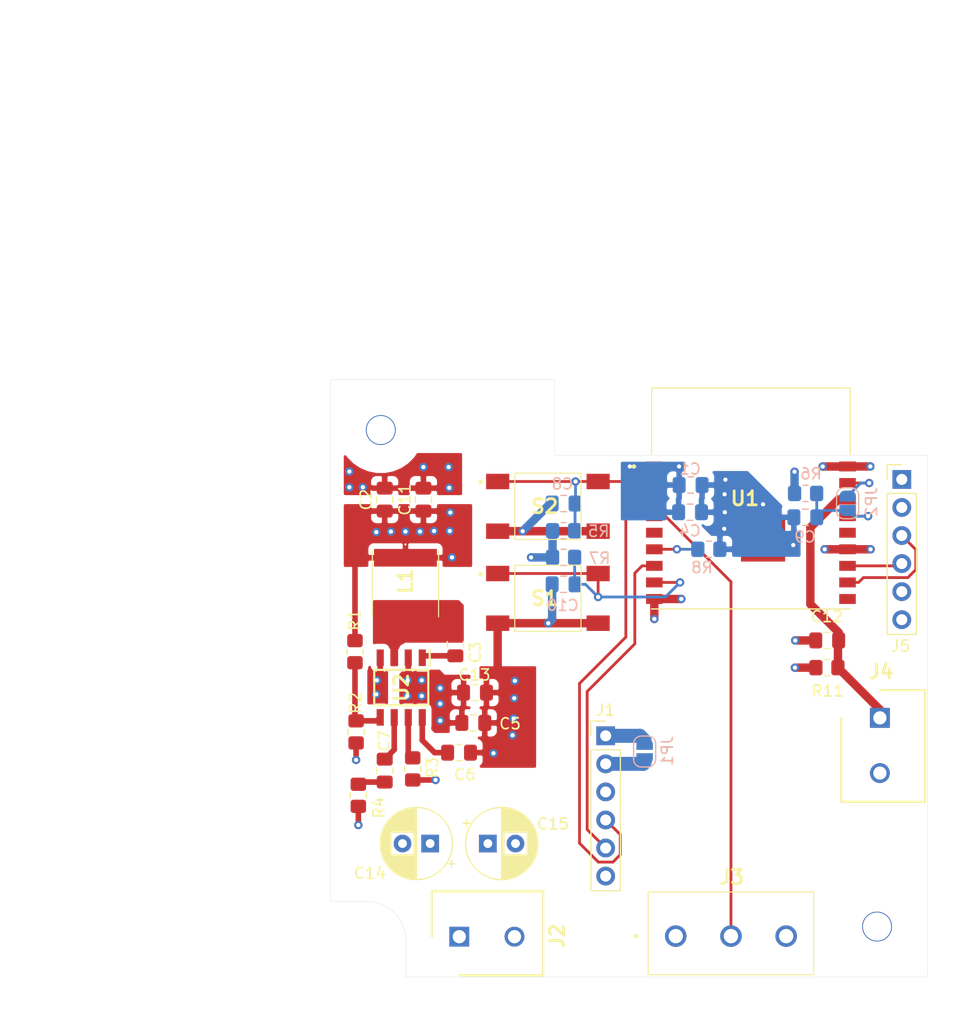
<source format=kicad_pcb>
(kicad_pcb (version 20171130) (host pcbnew "(5.1.8-0-10_14)")
  (layers (0 F.Cu signal) (1 In1.Cu power) (2 In2.Cu power) (31 B.Cu signal) (36 B.SilkS user) (37 F.SilkS user) (38 B.Mask user) (39 F.Mask user) (44 Edge.Cuts user))
  (net 0 "")
  (net 1 +3V3)
  (net 2 GND)
  (net 3 +12V)
  (net 4 "Net-(C7-Pad2)")
  (net 5 /ESP_EN)
  (net 6 /ESP_RST_L)
  (net 7 /GPIO0)
  (net 8 /water_voltage)
  (net 9 "Net-(J1-Pad2)")
  (net 10 /I2C_SCL)
  (net 11 /I2C_SDA)
  (net 12 /MPU_INT)
  (net 13 /CTS_NC)
  (net 14 /RTS_NC)
  (net 15 /ESP_TXD)
  (net 16 /ESP_RXD)
  (net 17 /GPIO16)
  (net 18 /GPIO15)
  (net 19 /GPIO4)
  (net 20 /GPIO5)
  (net 21 /U2_SW)
  (net 22 /U2_BST)
  (net 23 /U2_SS)
  (net 24 /U2_COMP)
  (net 25 /U2_FB)
  (net 26 /U2_EN)
  (net 27 /GPIO12)
  (net 28 /GPIO13)
  (module MountingHole:MountingHole_2.7mm_M2.5 (layer F.Cu) (at 252.73 125.73 90)
    (fp_text reference H2 hide)
    (fp_text value MountingHole)
    (pad "" np_thru_hole circle (at 0 0 90) (size 2.7 2.7) (drill 2.54) (layers *.Cu *.Mask) (clearance 2.54))
  )
  (module SamacSys_Parts:ESPWROOM02DM1102H3200PH3Q0 (layer F.Cu) (at 241.3 86.9696)
    (fp_text reference U1 (at -0.55 0) (layer F.SilkS) (effects (font (size 1.27 1.27) (thickness 0.254))))
    (fp_text value ESP-WROOM-02D_M1102H3200PH3Q0_ hide)
    (pad 1 smd rect (at -8.75 -2.9 90) (size 0.9 1.5) (layers F.Cu F.Paste F.Mask) (net 1 +3V3))
    (pad 2 smd rect (at -8.75 -1.4 90) (size 0.9 1.5) (layers F.Cu F.Paste F.Mask) (net 5 /ESP_EN))
    (pad 3 smd rect (at -8.75 0.1 90) (size 0.9 1.5) (layers F.Cu F.Paste F.Mask) (net 10 /I2C_SCL))
    (pad 4 smd rect (at -8.75 1.6 90) (size 0.9 1.5) (layers F.Cu F.Paste F.Mask) (net 27 /GPIO12))
    (pad 5 smd rect (at -8.75 3.1 90) (size 0.9 1.5) (layers F.Cu F.Paste F.Mask) (net 28 /GPIO13))
    (pad 6 smd rect (at -8.75 4.6 90) (size 0.9 1.5) (layers F.Cu F.Paste F.Mask) (net 18 /GPIO15))
    (pad 7 smd rect (at -8.75 6.1 90) (size 0.9 1.5) (layers F.Cu F.Paste F.Mask) (net 11 /I2C_SDA))
    (pad 8 smd rect (at -8.75 7.6 90) (size 0.9 1.5) (layers F.Cu F.Paste F.Mask) (net 7 /GPIO0))
    (pad 9 smd rect (at -8.75 9.1 90) (size 0.9 1.5) (layers F.Cu F.Paste F.Mask) (net 2 GND))
    (pad 10 smd rect (at 8.75 9.1 90) (size 0.9 1.5) (layers F.Cu F.Paste F.Mask) (net 19 /GPIO4))
    (pad 11 smd rect (at 8.75 7.6 90) (size 0.9 1.5) (layers F.Cu F.Paste F.Mask) (net 16 /ESP_RXD))
    (pad 12 smd rect (at 8.75 6.1 90) (size 0.9 1.5) (layers F.Cu F.Paste F.Mask) (net 15 /ESP_TXD))
    (pad 13 smd rect (at 8.75 4.6 90) (size 0.9 1.5) (layers F.Cu F.Paste F.Mask) (net 2 GND))
    (pad 14 smd rect (at 8.75 3.1 90) (size 0.9 1.5) (layers F.Cu F.Paste F.Mask) (net 20 /GPIO5))
    (pad 15 smd rect (at 8.75 1.6 90) (size 0.9 1.5) (layers F.Cu F.Paste F.Mask) (net 6 /ESP_RST_L))
    (pad 16 smd rect (at 8.75 0.1 90) (size 0.9 1.5) (layers F.Cu F.Paste F.Mask) (net 8 /water_voltage))
    (pad 17 smd rect (at 8.75 -1.4 90) (size 0.9 1.5) (layers F.Cu F.Paste F.Mask) (net 17 /GPIO16))
    (pad 18 smd rect (at 8.75 -2.9 90) (size 0.9 1.5) (layers F.Cu F.Paste F.Mask) (net 2 GND))
    (pad 19 smd rect (at 1.1 3.71 90) (size 4 4) (layers F.Cu F.Paste F.Mask) (net 2 GND))
  )
  (module Capacitor_SMD:C_0805_2012Metric_Pad1.18x1.45mm_HandSolder (layer B.Cu) (at 235.839 85.7504)
    (fp_text reference C1 (at -0.0508 -1.4478 180) (layer B.SilkS) (effects (justify mirror)))
    (fp_text value .1uF)
    (pad 1 smd roundrect (at -1.0375 0) (size 1.175 1.45) (layers B.Cu B.Paste B.Mask) (roundrect_rratio 0.2127659574468085) (net 1 +3V3))
    (pad 2 smd roundrect (at 1.0375 0) (size 1.175 1.45) (layers B.Cu B.Paste B.Mask) (roundrect_rratio 0.2127659574468085) (net 2 GND))
  )
  (module Capacitor_SMD:C_0805_2012Metric_Pad1.18x1.45mm_HandSolder (layer F.Cu) (at 208.1276 87.0712 90)
    (fp_text reference C2 (at 0 -1.68 90) (layer F.SilkS))
    (fp_text value 22uF)
    (pad 2 smd roundrect (at 1.0375 0 90) (size 1.175 1.45) (layers F.Cu F.Paste F.Mask) (roundrect_rratio 0.2127659574468085) (net 2 GND))
    (pad 1 smd roundrect (at -1.0375 0 90) (size 1.175 1.45) (layers F.Cu F.Paste F.Mask) (roundrect_rratio 0.2127659574468085) (net 1 +3V3))
  )
  (module Capacitor_SMD:C_0805_2012Metric_Pad1.18x1.45mm_HandSolder (layer F.Cu) (at 214.5284 100.1776 90)
    (fp_text reference C3 (at -0.7278 1.8034 90) (layer F.SilkS))
    (fp_text value 10nF)
    (pad 1 smd roundrect (at -1.0375 0 90) (size 1.175 1.45) (layers F.Cu F.Paste F.Mask) (roundrect_rratio 0.2127659574468085) (net 22 /U2_BST))
    (pad 2 smd roundrect (at 1.0375 0 90) (size 1.175 1.45) (layers F.Cu F.Paste F.Mask) (roundrect_rratio 0.2127659574468085) (net 21 /U2_SW))
  )
  (module Capacitor_SMD:C_0805_2012Metric_Pad1.18x1.45mm_HandSolder (layer B.Cu) (at 235.7882 88.2142)
    (fp_text reference C4 (at 0 1.68 180) (layer B.SilkS) (effects (justify mirror)))
    (fp_text value 22uF)
    (pad 1 smd roundrect (at -1.0375 0) (size 1.175 1.45) (layers B.Cu B.Paste B.Mask) (roundrect_rratio 0.2127659574468085) (net 1 +3V3))
    (pad 2 smd roundrect (at 1.0375 0) (size 1.175 1.45) (layers B.Cu B.Paste B.Mask) (roundrect_rratio 0.2127659574468085) (net 2 GND))
  )
  (module Capacitor_SMD:C_0805_2012Metric_Pad1.18x1.45mm_HandSolder (layer F.Cu) (at 216.154 107.2896)
    (fp_text reference C5 (at 3.3274 0.0762) (layer F.SilkS))
    (fp_text value 10uF)
    (pad 2 smd roundrect (at 1.0375 0) (size 1.175 1.45) (layers F.Cu F.Paste F.Mask) (roundrect_rratio 0.2127659574468085) (net 2 GND))
    (pad 1 smd roundrect (at -1.0375 0) (size 1.175 1.45) (layers F.Cu F.Paste F.Mask) (roundrect_rratio 0.2127659574468085) (net 3 +12V))
  )
  (module Capacitor_SMD:C_0805_2012Metric_Pad1.18x1.45mm_HandSolder (layer F.Cu) (at 214.8625 109.982)
    (fp_text reference C6 (at 0.5295 1.9812) (layer F.SilkS))
    (fp_text value 0.1uF)
    (pad 2 smd roundrect (at 1.0375 0) (size 1.175 1.45) (layers F.Cu F.Paste F.Mask) (roundrect_rratio 0.2127659574468085) (net 2 GND))
    (pad 1 smd roundrect (at -1.0375 0) (size 1.175 1.45) (layers F.Cu F.Paste F.Mask) (roundrect_rratio 0.2127659574468085) (net 23 /U2_SS))
  )
  (module Capacitor_SMD:C_0805_2012Metric_Pad1.18x1.45mm_HandSolder (layer F.Cu) (at 208.1276 111.6076 270)
    (fp_text reference C7 (at -2.6924 0.0254 270) (layer F.SilkS))
    (fp_text value 6.8nF)
    (pad 1 smd roundrect (at -1.0375 0 270) (size 1.175 1.45) (layers F.Cu F.Paste F.Mask) (roundrect_rratio 0.2127659574468085) (net 24 /U2_COMP))
    (pad 2 smd roundrect (at 1.0375 0 270) (size 1.175 1.45) (layers F.Cu F.Paste F.Mask) (roundrect_rratio 0.2127659574468085) (net 4 "Net-(C7-Pad2)"))
  )
  (module Capacitor_SMD:C_0805_2012Metric_Pad1.18x1.45mm_HandSolder (layer B.Cu) (at 224.3328 87.4268 180)
    (fp_text reference C8 (at 0.1016 1.778 180) (layer B.SilkS) (effects (justify mirror)))
    (fp_text value 0.1uF)
    (pad 2 smd roundrect (at 1.0375 0 180) (size 1.175 1.45) (layers B.Cu B.Paste B.Mask) (roundrect_rratio 0.2127659574468085) (net 2 GND))
    (pad 1 smd roundrect (at -1.0375 0 180) (size 1.175 1.45) (layers B.Cu B.Paste B.Mask) (roundrect_rratio 0.2127659574468085) (net 5 /ESP_EN))
  )
  (module Capacitor_SMD:C_0805_2012Metric_Pad1.18x1.45mm_HandSolder (layer B.Cu) (at 246.2276 88.6714 180)
    (fp_text reference C9 (at 0.0215 -1.778 180) (layer B.SilkS) (effects (justify mirror)))
    (fp_text value 0.1uF)
    (pad 1 smd roundrect (at -1.0375 0 180) (size 1.175 1.45) (layers B.Cu B.Paste B.Mask) (roundrect_rratio 0.2127659574468085) (net 6 /ESP_RST_L))
    (pad 2 smd roundrect (at 1.0375 0 180) (size 1.175 1.45) (layers B.Cu B.Paste B.Mask) (roundrect_rratio 0.2127659574468085) (net 2 GND))
  )
  (module Capacitor_SMD:C_0805_2012Metric_Pad1.18x1.45mm_HandSolder (layer B.Cu) (at 224.3328 94.742 180)
    (fp_text reference C10 (at 0.0762 -1.905 180) (layer B.SilkS) (effects (justify mirror)))
    (fp_text value 0.1uF)
    (pad 1 smd roundrect (at -1.0375 0 180) (size 1.175 1.45) (layers B.Cu B.Paste B.Mask) (roundrect_rratio 0.2127659574468085) (net 7 /GPIO0))
    (pad 2 smd roundrect (at 1.0375 0 180) (size 1.175 1.45) (layers B.Cu B.Paste B.Mask) (roundrect_rratio 0.2127659574468085) (net 2 GND))
  )
  (module Capacitor_SMD:C_0805_2012Metric_Pad1.18x1.45mm_HandSolder (layer F.Cu) (at 248.2088 99.822 180)
    (fp_text reference C12 (at 0.0254 2.159) (layer F.SilkS))
    (fp_text value 0.1uF)
    (pad 2 smd roundrect (at 1.0375 0 180) (size 1.175 1.45) (layers F.Cu F.Paste F.Mask) (roundrect_rratio 0.2127659574468085) (net 2 GND))
    (pad 1 smd roundrect (at -1.0375 0 180) (size 1.175 1.45) (layers F.Cu F.Paste F.Mask) (roundrect_rratio 0.2127659574468085) (net 8 /water_voltage))
  )
  (module Connector_PinHeader_2.54mm:PinHeader_1x06_P2.54mm_Vertical (layer F.Cu) (at 228.1428 108.458)
    (fp_text reference J1 (at 0 -2.33) (layer F.SilkS))
    (fp_text value Conn_01x06_Female)
    (pad 1 thru_hole rect (at 0 0) (size 1.7 1.7) (drill 1) (layers *.Cu *.Mask) (net 1 +3V3))
    (pad 2 thru_hole oval (at 0 2.54) (size 1.7 1.7) (drill 1) (layers *.Cu *.Mask) (net 9 "Net-(J1-Pad2)"))
    (pad 3 thru_hole oval (at 0 5.08) (size 1.7 1.7) (drill 1) (layers *.Cu *.Mask) (net 2 GND))
    (pad 4 thru_hole oval (at 0 7.62) (size 1.7 1.7) (drill 1) (layers *.Cu *.Mask) (net 10 /I2C_SCL))
    (pad 5 thru_hole oval (at 0 10.16) (size 1.7 1.7) (drill 1) (layers *.Cu *.Mask) (net 11 /I2C_SDA))
    (pad 6 thru_hole oval (at 0 12.7) (size 1.7 1.7) (drill 1) (layers *.Cu *.Mask) (net 12 /MPU_INT))
  )
  (module SamacSys_Parts:SHDR2W70P0X500_1X2_1000X750X1160P (layer F.Cu) (at 214.884 126.6444)
    (fp_text reference J2 (at 8.8646 -0.0762 270) (layer F.SilkS) (effects (font (size 1.27 1.27) (thickness 0.254))))
    (fp_text value 691137710002 hide)
    (pad 2 thru_hole circle (at 5 0) (size 1.8 1.8) (drill 1.2) (layers *.Cu *.Mask) (net 2 GND))
    (pad 1 thru_hole rect (at 0 0) (size 1.8 1.8) (drill 1.2) (layers *.Cu *.Mask) (net 3 +12V))
  )
  (module SamacSys_Parts:SHDR2W70P0X500_1X2_1000X750X1160P (layer F.Cu) (at 252.984 106.8324 270)
    (fp_text reference J4 (at -4.191 -0.127) (layer F.SilkS) (effects (font (size 1.27 1.27) (thickness 0.254))))
    (fp_text value 691137710002 hide)
    (pad 1 thru_hole rect (at 0 0 270) (size 1.8 1.8) (drill 1.2) (layers *.Cu *.Mask) (net 8 /water_voltage))
    (pad 2 thru_hole circle (at 5 0 270) (size 1.8 1.8) (drill 1.2) (layers *.Cu *.Mask) (net 2 GND))
  )
  (module Connector_PinHeader_2.54mm:PinHeader_1x06_P2.54mm_Vertical (layer F.Cu) (at 254.9652 85.2424)
    (fp_text reference J5 (at -0.1016 15.0876) (layer F.SilkS))
    (fp_text value Conn_01x06_Female)
    (pad 6 thru_hole oval (at 0 12.7) (size 1.7 1.7) (drill 1) (layers *.Cu *.Mask) (net 13 /CTS_NC))
    (pad 5 thru_hole oval (at 0 10.16) (size 1.7 1.7) (drill 1) (layers *.Cu *.Mask) (net 14 /RTS_NC))
    (pad 4 thru_hole oval (at 0 7.62) (size 1.7 1.7) (drill 1) (layers *.Cu *.Mask) (net 15 /ESP_TXD))
    (pad 3 thru_hole oval (at 0 5.08) (size 1.7 1.7) (drill 1) (layers *.Cu *.Mask) (net 16 /ESP_RXD))
    (pad 2 thru_hole oval (at 0 2.54) (size 1.7 1.7) (drill 1) (layers *.Cu *.Mask) (net 2 GND))
    (pad 1 thru_hole rect (at 0 0) (size 1.7 1.7) (drill 1) (layers *.Cu *.Mask) (net 1 +3V3))
  )
  (module Jumper:SolderJumper-2_P1.3mm_Open_RoundedPad1.0x1.5mm (layer B.Cu) (at 231.6734 109.8804 270)
    (fp_text reference JP1 (at -0.0508 -2.0574 270) (layer B.SilkS) (effects (justify mirror)))
    (fp_text value SolderJumper_2_Open)
    (pad 2 smd custom (at 0.65 0 270) (size 1 0.5) (layers B.Cu B.Mask) (net 9 "Net-(J1-Pad2)") (options (clearance outline) (anchor rect)) (primitives (gr_circle (center 0 -0.25) (end 0.5 -0.25) (width 0)) (gr_circle (center 0 0.25) (end 0.5 0.25) (width 0)) (gr_poly (pts (xy 0 0.75) (xy -0.5 0.75) (xy -0.5 -0.75) (xy 0 -0.75)) (width 0))))
    (pad 1 smd custom (at -0.65 0 270) (size 1 0.5) (layers B.Cu B.Mask) (net 1 +3V3) (options (clearance outline) (anchor rect)) (primitives (gr_circle (center 0 -0.25) (end 0.5 -0.25) (width 0)) (gr_circle (center 0 0.25) (end 0.5 0.25) (width 0)) (gr_poly (pts (xy 0 0.75) (xy 0.5 0.75) (xy 0.5 -0.75) (xy 0 -0.75)) (width 0))))
  )
  (module Jumper:SolderJumper-2_P1.3mm_Open_RoundedPad1.0x1.5mm (layer B.Cu) (at 250.063 87.4014 270)
    (fp_text reference JP2 (at -0.112 -2.159 90) (layer B.SilkS) (effects (justify mirror)))
    (fp_text value SolderJumper_2_Open)
    (pad 1 smd custom (at -0.65 0 270) (size 1 0.5) (layers B.Cu B.Mask) (net 17 /GPIO16) (options (clearance outline) (anchor rect)) (primitives (gr_circle (center 0 -0.25) (end 0.5 -0.25) (width 0)) (gr_circle (center 0 0.25) (end 0.5 0.25) (width 0)) (gr_poly (pts (xy 0 0.75) (xy 0.5 0.75) (xy 0.5 -0.75) (xy 0 -0.75)) (width 0))))
    (pad 2 smd custom (at 0.65 0 270) (size 1 0.5) (layers B.Cu B.Mask) (net 6 /ESP_RST_L) (options (clearance outline) (anchor rect)) (primitives (gr_circle (center 0 -0.25) (end 0.5 -0.25) (width 0)) (gr_circle (center 0 0.25) (end 0.5 0.25) (width 0)) (gr_poly (pts (xy 0 0.75) (xy -0.5 0.75) (xy -0.5 -0.75) (xy 0 -0.75)) (width 0))))
  )
  (module SamacSys_Parts:NRS6045T101MMGKV (layer F.Cu) (at 210.0072 94.3864 270)
    (fp_text reference L1 (at 0.075 0 90) (layer F.SilkS) (effects (font (size 1.27 1.27) (thickness 0.254))))
    (fp_text value NRS6045T100MMGK hide)
    (pad 1 smd rect (at -2.05 0) (size 5.7 1.6) (layers F.Cu F.Paste F.Mask) (net 1 +3V3))
    (pad 2 smd rect (at 2.65 0) (size 5.7 1.6) (layers F.Cu F.Paste F.Mask) (net 21 /U2_SW))
  )
  (module Resistor_SMD:R_0805_2012Metric_Pad1.20x1.40mm_HandSolder (layer F.Cu) (at 205.4352 100.838 270)
    (fp_text reference R1 (at -2.8702 0.0254 90) (layer F.SilkS))
    (fp_text value 26.1k)
    (pad 2 smd roundrect (at 1 0 270) (size 1.2 1.4) (layers F.Cu F.Paste F.Mask) (roundrect_rratio 0.2083325) (net 25 /U2_FB))
    (pad 1 smd roundrect (at -1 0 270) (size 1.2 1.4) (layers F.Cu F.Paste F.Mask) (roundrect_rratio 0.2083325) (net 1 +3V3))
  )
  (module Resistor_SMD:R_0805_2012Metric_Pad1.20x1.40mm_HandSolder (layer F.Cu) (at 205.5368 108.1024 270)
    (fp_text reference R2 (at -2.6162 0.0508 90) (layer F.SilkS))
    (fp_text value 10k)
    (pad 2 smd roundrect (at 1 0 270) (size 1.2 1.4) (layers F.Cu F.Paste F.Mask) (roundrect_rratio 0.2083325) (net 2 GND))
    (pad 1 smd roundrect (at -1 0 270) (size 1.2 1.4) (layers F.Cu F.Paste F.Mask) (roundrect_rratio 0.2083325) (net 25 /U2_FB))
  )
  (module Resistor_SMD:R_0805_2012Metric_Pad1.20x1.40mm_HandSolder (layer F.Cu) (at 210.6676 111.4552 90)
    (fp_text reference R3 (at 0.111 1.778 90) (layer F.SilkS))
    (fp_text value 10k)
    (pad 1 smd roundrect (at -1 0 90) (size 1.2 1.4) (layers F.Cu F.Paste F.Mask) (roundrect_rratio 0.2083325) (net 3 +12V))
    (pad 2 smd roundrect (at 1 0 90) (size 1.2 1.4) (layers F.Cu F.Paste F.Mask) (roundrect_rratio 0.2083325) (net 26 /U2_EN))
  )
  (module Resistor_SMD:R_0805_2012Metric_Pad1.20x1.40mm_HandSolder (layer F.Cu) (at 205.74 113.8428 270)
    (fp_text reference R4 (at 1.1176 -1.8542 90) (layer F.SilkS))
    (fp_text value 6.8k)
    (pad 2 smd roundrect (at 1 0 270) (size 1.2 1.4) (layers F.Cu F.Paste F.Mask) (roundrect_rratio 0.2083325) (net 2 GND))
    (pad 1 smd roundrect (at -1 0 270) (size 1.2 1.4) (layers F.Cu F.Paste F.Mask) (roundrect_rratio 0.2083325) (net 4 "Net-(C7-Pad2)"))
  )
  (module Resistor_SMD:R_0805_2012Metric_Pad1.20x1.40mm_HandSolder (layer B.Cu) (at 224.3328 89.8906)
    (fp_text reference R5 (at 3.175 0.0508 180) (layer B.SilkS) (effects (justify mirror)))
    (fp_text value 10k)
    (pad 1 smd roundrect (at -1 0) (size 1.2 1.4) (layers B.Cu B.Paste B.Mask) (roundrect_rratio 0.2083325) (net 1 +3V3))
    (pad 2 smd roundrect (at 1 0) (size 1.2 1.4) (layers B.Cu B.Paste B.Mask) (roundrect_rratio 0.2083325) (net 5 /ESP_EN))
  )
  (module Resistor_SMD:R_0805_2012Metric_Pad1.20x1.40mm_HandSolder (layer B.Cu) (at 246.253 86.5124)
    (fp_text reference R6 (at 0.492 -1.778 180) (layer B.SilkS) (effects (justify mirror)))
    (fp_text value 10k)
    (pad 1 smd roundrect (at -1 0) (size 1.2 1.4) (layers B.Cu B.Paste B.Mask) (roundrect_rratio 0.2083325) (net 1 +3V3))
    (pad 2 smd roundrect (at 1 0) (size 1.2 1.4) (layers B.Cu B.Paste B.Mask) (roundrect_rratio 0.2083325) (net 6 /ESP_RST_L))
  )
  (module Resistor_SMD:R_0805_2012Metric_Pad1.20x1.40mm_HandSolder (layer B.Cu) (at 224.3328 92.3036)
    (fp_text reference R7 (at 3.2512 0.0762 180) (layer B.SilkS) (effects (justify mirror)))
    (fp_text value 10k)
    (pad 1 smd roundrect (at -1 0) (size 1.2 1.4) (layers B.Cu B.Paste B.Mask) (roundrect_rratio 0.2083325) (net 1 +3V3))
    (pad 2 smd roundrect (at 1 0) (size 1.2 1.4) (layers B.Cu B.Paste B.Mask) (roundrect_rratio 0.2083325) (net 7 /GPIO0))
  )
  (module Resistor_SMD:R_0805_2012Metric_Pad1.20x1.40mm_HandSolder (layer B.Cu) (at 237.49 91.567)
    (fp_text reference R8 (at -0.619 1.651) (layer B.SilkS) (effects (justify mirror)))
    (fp_text value 10k)
    (pad 2 smd roundrect (at 1 0) (size 1.2 1.4) (layers B.Cu B.Paste B.Mask) (roundrect_rratio 0.2083325) (net 2 GND))
    (pad 1 smd roundrect (at -1 0) (size 1.2 1.4) (layers B.Cu B.Paste B.Mask) (roundrect_rratio 0.2083325) (net 18 /GPIO15))
  )
  (module Resistor_SMD:R_0805_2012Metric_Pad1.20x1.40mm_HandSolder (layer F.Cu) (at 248.1834 102.2858)
    (fp_text reference R11 (at 0.0762 2.1082) (layer F.SilkS))
    (fp_text value 1k)
    (pad 1 smd roundrect (at -1 0) (size 1.2 1.4) (layers F.Cu F.Paste F.Mask) (roundrect_rratio 0.2083325) (net 1 +3V3))
    (pad 2 smd roundrect (at 1 0) (size 1.2 1.4) (layers F.Cu F.Paste F.Mask) (roundrect_rratio 0.2083325) (net 8 /water_voltage))
  )
  (module SamacSys_Parts:LL3301NF065QG (layer F.Cu) (at 222.9104 96.012)
    (fp_text reference S1 (at -0.3 0) (layer F.SilkS) (effects (font (size 1.27 1.27) (thickness 0.254))))
    (fp_text value LL3301NF065QG hide)
    (pad 4 smd rect (at 4.55 2.25 90) (size 1.4 2.1) (layers F.Cu F.Paste F.Mask) (net 2 GND))
    (pad 3 smd rect (at -4.55 2.25 90) (size 1.4 2.1) (layers F.Cu F.Paste F.Mask) (net 2 GND))
    (pad 2 smd rect (at 4.55 -2.25 90) (size 1.4 2.1) (layers F.Cu F.Paste F.Mask) (net 7 /GPIO0))
    (pad 1 smd rect (at -4.55 -2.25 90) (size 1.4 2.1) (layers F.Cu F.Paste F.Mask) (net 7 /GPIO0))
  )
  (module SamacSys_Parts:LL3301NF065QG (layer F.Cu) (at 222.9104 87.6808)
    (fp_text reference S2 (at -0.3 0) (layer F.SilkS) (effects (font (size 1.27 1.27) (thickness 0.254))))
    (fp_text value LL3301NF065QG hide)
    (pad 1 smd rect (at -4.55 -2.25 90) (size 1.4 2.1) (layers F.Cu F.Paste F.Mask) (net 5 /ESP_EN))
    (pad 2 smd rect (at 4.55 -2.25 90) (size 1.4 2.1) (layers F.Cu F.Paste F.Mask) (net 5 /ESP_EN))
    (pad 3 smd rect (at -4.55 2.25 90) (size 1.4 2.1) (layers F.Cu F.Paste F.Mask) (net 2 GND))
    (pad 4 smd rect (at 4.55 2.25 90) (size 1.4 2.1) (layers F.Cu F.Paste F.Mask) (net 2 GND))
  )
  (module SamacSys_Parts:SOIC127P600X150-8N (layer F.Cu) (at 209.6262 104.0892 270)
    (fp_text reference U2 (at 0 0 90) (layer F.SilkS) (effects (font (size 1.27 1.27) (thickness 0.254))))
    (fp_text value AP6502SP-13 hide)
    (pad 1 smd rect (at -2.7 -1.905) (size 0.65 1.5) (layers F.Cu F.Paste F.Mask) (net 22 /U2_BST))
    (pad 2 smd rect (at -2.7 -0.635) (size 0.65 1.5) (layers F.Cu F.Paste F.Mask) (net 3 +12V))
    (pad 3 smd rect (at -2.7 0.635) (size 0.65 1.5) (layers F.Cu F.Paste F.Mask) (net 21 /U2_SW))
    (pad 4 smd rect (at -2.7 1.905) (size 0.65 1.5) (layers F.Cu F.Paste F.Mask) (net 2 GND))
    (pad 5 smd rect (at 2.7 1.905) (size 0.65 1.5) (layers F.Cu F.Paste F.Mask) (net 25 /U2_FB))
    (pad 6 smd rect (at 2.7 0.635) (size 0.65 1.5) (layers F.Cu F.Paste F.Mask) (net 24 /U2_COMP))
    (pad 7 smd rect (at 2.7 -0.635) (size 0.65 1.5) (layers F.Cu F.Paste F.Mask) (net 26 /U2_EN))
    (pad 8 smd rect (at 2.7 -1.905) (size 0.65 1.5) (layers F.Cu F.Paste F.Mask) (net 23 /U2_SS))
  )
  (module Capacitor_SMD:C_0805_2012Metric_Pad1.18x1.45mm_HandSolder (layer F.Cu) (at 211.6328 87.0712 90)
    (fp_text reference C11 (at 0 -1.68 90) (layer F.SilkS))
    (fp_text value 22uF)
    (pad 2 smd roundrect (at 1.0375 0 90) (size 1.175 1.45) (layers F.Cu F.Paste F.Mask) (roundrect_rratio 0.2127659574468085) (net 2 GND))
    (pad 1 smd roundrect (at -1.0375 0 90) (size 1.175 1.45) (layers F.Cu F.Paste F.Mask) (roundrect_rratio 0.2127659574468085) (net 1 +3V3))
  )
  (module Capacitor_SMD:C_0805_2012Metric_Pad1.18x1.45mm_HandSolder (layer F.Cu) (at 216.3064 104.5464)
    (fp_text reference C13 (at -0.0508 -1.6002) (layer F.SilkS))
    (fp_text value 10uF)
    (pad 1 smd roundrect (at -1.0375 0) (size 1.175 1.45) (layers F.Cu F.Paste F.Mask) (roundrect_rratio 0.2127659574468085) (net 3 +12V))
    (pad 2 smd roundrect (at 1.0375 0) (size 1.175 1.45) (layers F.Cu F.Paste F.Mask) (roundrect_rratio 0.2127659574468085) (net 2 GND))
  )
  (module SamacSys_Parts:691137710003 (layer F.Cu) (at 234.4928 126.5936)
    (fp_text reference J3 (at 5.08 -5.334) (layer F.SilkS) (effects (font (size 1.27 1.27) (thickness 0.254))))
    (fp_text value 691137710003 hide)
    (pad 1 thru_hole circle (at 0 0) (size 1.95 1.95) (drill 1.3) (layers *.Cu *.Mask) (net 3 +12V))
    (pad 2 thru_hole circle (at 5 0) (size 1.95 1.95) (drill 1.3) (layers *.Cu *.Mask) (net 27 /GPIO12))
    (pad 3 thru_hole circle (at 10 0) (size 1.95 1.95) (drill 1.3) (layers *.Cu *.Mask) (net 2 GND))
  )
  (module Capacitor_THT:CP_Radial_D6.3mm_P2.50mm (layer F.Cu) (at 212.2424 118.2116 180)
    (fp_text reference C14 (at 5.461 -2.6924) (layer F.SilkS))
    (fp_text value 100uF)
    (pad 2 thru_hole circle (at 2.5 0 180) (size 1.6 1.6) (drill 0.8) (layers *.Cu *.Mask) (net 2 GND))
    (pad 1 thru_hole rect (at 0 0 180) (size 1.6 1.6) (drill 0.8) (layers *.Cu *.Mask) (net 3 +12V))
  )
  (module Capacitor_THT:CP_Radial_D6.3mm_P2.50mm (layer F.Cu) (at 217.4748 118.2116)
    (fp_text reference C15 (at 5.8928 -1.778) (layer F.SilkS))
    (fp_text value 100uF)
    (pad 1 thru_hole rect (at 0 0) (size 1.6 1.6) (drill 0.8) (layers *.Cu *.Mask) (net 3 +12V))
    (pad 2 thru_hole circle (at 2.5 0) (size 1.6 1.6) (drill 0.8) (layers *.Cu *.Mask) (net 2 GND))
  )
  (module MountingHole:MountingHole_2.7mm_M2.5 (layer F.Cu) (at 207.772 80.772)
    (fp_text reference H1 hide)
    (fp_text value MountingHole)
    (pad "" np_thru_hole circle (at 0 0) (size 2.7 2.7) (drill 2.54) (layers *.Cu *.Mask) (clearance 2.54))
  )
  (gr_line (start 223.52 83.058) (end 257.302 83.058) (layer Edge.Cuts) (width 0.0254))
  (gr_line (start 223.52 83.058) (end 223.52 76.2) (layer Edge.Cuts) (width 0.0254))
  (gr_line (start 206.502 123.444) (end 203.2 123.444) (layer Edge.Cuts) (width 0.0254))
  (gr_line (start 210.058 127) (end 210.058 130.302) (layer Edge.Cuts) (width 0.0254))
  (gr_arc (start 206.502 127) (end 206.502 123.444) (angle 90) (layer Edge.Cuts) (width 0.0254))
  (gr_line (start 203.2 123.444) (end 203.2 76.2) (layer Edge.Cuts) (width 0.0254))
  (gr_line (start 210.058 130.302) (end 257.302 130.302) (layer Edge.Cuts) (width 0.0254))
  (gr_line (start 257.302 83.058) (end 257.302 130.302) (layer Edge.Cuts) (width 0.0254))
  (gr_line (start 203.2 76.2) (end 223.52 76.2) (layer Edge.Cuts) (width 0.0254))
  (segment (start 205.4352 99.838) (end 205.4352 92.71) (width 0.508) (layer F.Cu) (net 1))
  (via (at 210.0072 89.9668) (size 0.762) (drill 0.381) (layers F.Cu B.Cu) (net 1))
  (via (at 211.328 89.9668) (size 0.762) (drill 0.381) (layers F.Cu B.Cu) (net 1))
  (via (at 212.598 89.916) (size 0.762) (drill 0.381) (layers F.Cu B.Cu) (net 1))
  (via (at 208.6864 89.9668) (size 0.762) (drill 0.381) (layers F.Cu B.Cu) (net 1))
  (via (at 207.3656 90.0176) (size 0.762) (drill 0.381) (layers F.Cu B.Cu) (net 1))
  (via (at 214.0204 89.916) (size 0.762) (drill 0.381) (layers F.Cu B.Cu) (net 1))
  (via (at 214.0712 88.2396) (size 0.762) (drill 0.381) (layers F.Cu B.Cu) (net 1))
  (via (at 214.2236 92.3036) (size 0.762) (drill 0.381) (layers F.Cu B.Cu) (net 1))
  (segment (start 232.55 84.0696) (end 234.7932 84.0696) (width 0.762) (layer F.Cu) (net 1))
  (segment (start 232.55 84.0696) (end 230.3316 84.0696) (width 0.762) (layer F.Cu) (net 1))
  (segment (start 230.3316 84.0696) (end 230.3316 84.0696) (width 0.762) (layer F.Cu) (net 1))
  (via (at 230.3316 84.0696) (size 0.762) (drill 0.381) (layers F.Cu B.Cu) (net 1))
  (segment (start 234.7932 84.0696) (end 234.7932 84.0696) (width 0.762) (layer F.Cu) (net 1))
  (via (at 234.7932 84.0696) (size 0.762) (drill 0.381) (layers F.Cu B.Cu) (net 1))
  (segment (start 247.1834 102.2858) (end 245.2878 102.2858) (width 0.762) (layer F.Cu) (net 1))
  (segment (start 245.2878 102.2858) (end 245.2878 102.2858) (width 0.762) (layer F.Cu) (net 1))
  (via (at 245.2878 102.2858) (size 0.762) (drill 0.381) (layers F.Cu B.Cu) (net 1))
  (segment (start 223.3328 89.8906) (end 223.3328 92.3036) (width 0.762) (layer B.Cu) (net 1))
  (segment (start 223.3328 92.3036) (end 221.3864 92.3036) (width 0.762) (layer B.Cu) (net 1))
  (segment (start 221.3864 92.3036) (end 221.3864 92.3036) (width 0.762) (layer B.Cu) (net 1))
  (via (at 221.3864 92.3036) (size 0.762) (drill 0.381) (layers F.Cu B.Cu) (net 1))
  (segment (start 245.253 86.5124) (end 245.253 84.5472) (width 0.762) (layer B.Cu) (net 1))
  (segment (start 245.253 84.5472) (end 245.253 84.5472) (width 0.762) (layer B.Cu) (net 1))
  (via (at 245.253 84.5472) (size 0.762) (drill 0.381) (layers F.Cu B.Cu) (net 1))
  (segment (start 231.24401 108.458) (end 231.6734 108.88739) (width 1.27) (layer B.Cu) (net 1))
  (segment (start 228.1428 108.458) (end 231.24401 108.458) (width 1.27) (layer B.Cu) (net 1))
  (segment (start 205.5368 109.1024) (end 205.5368 110.6424) (width 0.508) (layer F.Cu) (net 2))
  (segment (start 205.5368 110.6424) (end 205.5368 110.6424) (width 0.508) (layer F.Cu) (net 2))
  (via (at 205.5368 110.6424) (size 0.762) (drill 0.381) (layers F.Cu B.Cu) (net 2))
  (segment (start 205.74 114.8428) (end 205.74 116.5352) (width 0.508) (layer F.Cu) (net 2))
  (segment (start 205.74 116.5352) (end 205.74 116.5352) (width 0.508) (layer F.Cu) (net 2))
  (via (at 205.74 116.5352) (size 0.762) (drill 0.381) (layers F.Cu B.Cu) (net 2))
  (via (at 207.4164 103.4288) (size 0.762) (drill 0.381) (layers F.Cu B.Cu) (net 2))
  (via (at 207.3656 104.6988) (size 0.762) (drill 0.381) (layers F.Cu B.Cu) (net 2))
  (via (at 206.1464 85.9536) (size 0.762) (drill 0.381) (layers F.Cu B.Cu) (net 2))
  (via (at 204.9272 85.9536) (size 0.762) (drill 0.381) (layers F.Cu B.Cu) (net 2))
  (via (at 204.9272 84.5312) (size 0.762) (drill 0.381) (layers F.Cu B.Cu) (net 2))
  (via (at 211.6328 84.1248) (size 0.762) (drill 0.381) (layers F.Cu B.Cu) (net 2))
  (via (at 213.9188 84.1248) (size 0.762) (drill 0.381) (layers F.Cu B.Cu) (net 2))
  (via (at 213.9696 86.0044) (size 0.762) (drill 0.381) (layers F.Cu B.Cu) (net 2))
  (via (at 219.9132 103.4796) (size 0.762) (drill 0.381) (layers F.Cu B.Cu) (net 2))
  (via (at 219.8624 105.0544) (size 0.762) (drill 0.381) (layers F.Cu B.Cu) (net 2))
  (via (at 219.8116 106.8832) (size 0.762) (drill 0.381) (layers F.Cu B.Cu) (net 2))
  (via (at 219.71 108.4072) (size 0.762) (drill 0.381) (layers F.Cu B.Cu) (net 2))
  (via (at 217.9828 110.0328) (size 0.762) (drill 0.381) (layers F.Cu B.Cu) (net 2))
  (segment (start 250.05 91.5696) (end 252.1432 91.5696) (width 0.762) (layer F.Cu) (net 2))
  (segment (start 250.05 91.5696) (end 247.97761 91.5696) (width 0.762) (layer F.Cu) (net 2))
  (segment (start 250.05 84.0696) (end 252.116 84.0696) (width 0.762) (layer F.Cu) (net 2))
  (segment (start 249.9824 84.0696) (end 249.978 84.074) (width 0.762) (layer F.Cu) (net 2))
  (segment (start 250.05 84.0696) (end 249.9824 84.0696) (width 0.762) (layer F.Cu) (net 2))
  (segment (start 249.978 84.074) (end 247.8024 84.074) (width 0.762) (layer F.Cu) (net 2))
  (segment (start 232.55 96.0696) (end 234.994 96.0696) (width 0.762) (layer F.Cu) (net 2))
  (segment (start 232.55 96.0696) (end 232.55 97.8792) (width 0.762) (layer F.Cu) (net 2))
  (segment (start 247.8024 84.074) (end 247.8024 84.074) (width 0.762) (layer F.Cu) (net 2))
  (via (at 247.8024 84.074) (size 0.762) (drill 0.381) (layers F.Cu B.Cu) (net 2))
  (segment (start 252.116 84.0696) (end 252.116 84.0696) (width 0.762) (layer F.Cu) (net 2))
  (via (at 252.116 84.0696) (size 0.762) (drill 0.381) (layers F.Cu B.Cu) (net 2))
  (segment (start 247.97761 91.5696) (end 247.97761 91.5696) (width 0.762) (layer F.Cu) (net 2))
  (via (at 247.97761 91.5696) (size 0.762) (drill 0.381) (layers F.Cu B.Cu) (net 2))
  (segment (start 252.1432 91.5696) (end 252.1432 91.5696) (width 0.762) (layer F.Cu) (net 2))
  (via (at 252.1432 91.5696) (size 0.762) (drill 0.381) (layers F.Cu B.Cu) (net 2))
  (segment (start 234.994 96.0696) (end 234.994 96.0696) (width 0.762) (layer F.Cu) (net 2))
  (via (at 234.994 96.0696) (size 0.762) (drill 0.381) (layers F.Cu B.Cu) (net 2))
  (segment (start 232.55 97.8792) (end 232.55 97.8792) (width 0.762) (layer F.Cu) (net 2))
  (via (at 232.55 97.8792) (size 0.762) (drill 0.381) (layers F.Cu B.Cu) (net 2))
  (segment (start 218.3604 98.262) (end 218.3604 102.7396) (width 0.762) (layer F.Cu) (net 2))
  (segment (start 218.3604 98.262) (end 222.9464 98.262) (width 0.762) (layer F.Cu) (net 2))
  (segment (start 218.3604 89.9308) (end 222.8956 89.9308) (width 0.762) (layer F.Cu) (net 2))
  (segment (start 222.8956 89.9308) (end 227.4604 89.9308) (width 0.762) (layer F.Cu) (net 2))
  (via (at 220.6244 89.9308) (size 0.762) (drill 0.381) (layers F.Cu B.Cu) (net 2))
  (segment (start 222.9464 98.262) (end 227.4604 98.262) (width 0.762) (layer F.Cu) (net 2))
  (via (at 222.9464 98.262) (size 0.762) (drill 0.381) (layers F.Cu B.Cu) (net 2))
  (segment (start 247.1713 99.822) (end 245.3132 99.822) (width 0.762) (layer F.Cu) (net 2))
  (segment (start 245.3132 99.822) (end 245.3132 99.822) (width 0.762) (layer F.Cu) (net 2))
  (via (at 245.3132 99.822) (size 0.762) (drill 0.381) (layers F.Cu B.Cu) (net 2))
  (segment (start 242.4 90.6796) (end 242.4 87.4952) (width 0.762) (layer F.Cu) (net 2))
  (segment (start 242.4 87.4952) (end 242.4 87.4952) (width 0.762) (layer F.Cu) (net 2))
  (via (at 242.4 87.4952) (size 0.762) (drill 0.381) (layers F.Cu B.Cu) (net 2))
  (segment (start 223.2953 97.9131) (end 222.9464 98.262) (width 0.762) (layer B.Cu) (net 2))
  (segment (start 223.2953 94.742) (end 223.2953 97.9131) (width 0.762) (layer B.Cu) (net 2))
  (segment (start 223.1284 87.4268) (end 220.6244 89.9308) (width 0.762) (layer B.Cu) (net 2))
  (segment (start 223.2953 87.4268) (end 223.1284 87.4268) (width 0.762) (layer B.Cu) (net 2))
  (via (at 238.9886 85.2678) (size 0.762) (drill 0.381) (layers F.Cu B.Cu) (net 2))
  (via (at 238.9124 86.5886) (size 0.762) (drill 0.381) (layers F.Cu B.Cu) (net 2))
  (via (at 238.9378 88.2142) (size 0.762) (drill 0.381) (layers F.Cu B.Cu) (net 2))
  (via (at 238.887 89.7128) (size 0.762) (drill 0.381) (layers F.Cu B.Cu) (net 2))
  (via (at 245.1354 91.186) (size 0.762) (drill 0.381) (layers F.Cu B.Cu) (net 2))
  (segment (start 210.6676 112.4552) (end 212.7344 112.4552) (width 0.508) (layer F.Cu) (net 3))
  (segment (start 212.7344 112.4552) (end 212.7344 112.4552) (width 0.508) (layer F.Cu) (net 3))
  (via (at 212.7344 112.4552) (size 0.762) (drill 0.381) (layers F.Cu B.Cu) (net 3))
  (via (at 210.2104 103.4288) (size 0.762) (drill 0.381) (layers F.Cu B.Cu) (net 3))
  (via (at 211.4804 103.4288) (size 0.762) (drill 0.381) (layers F.Cu B.Cu) (net 3))
  (via (at 210.1596 104.8512) (size 0.762) (drill 0.381) (layers F.Cu B.Cu) (net 3))
  (via (at 211.4804 104.8512) (size 0.762) (drill 0.381) (layers F.Cu B.Cu) (net 3))
  (via (at 213.1568 104.14) (size 0.762) (drill 0.381) (layers F.Cu B.Cu) (net 3))
  (via (at 213.1568 105.5624) (size 0.762) (drill 0.381) (layers F.Cu B.Cu) (net 3))
  (via (at 213.1568 107.0864) (size 0.762) (drill 0.381) (layers F.Cu B.Cu) (net 3))
  (segment (start 205.9377 112.6451) (end 205.74 112.8428) (width 0.508) (layer F.Cu) (net 4))
  (segment (start 208.1276 112.6451) (end 205.9377 112.6451) (width 0.508) (layer F.Cu) (net 4))
  (segment (start 218.3604 85.4308) (end 225.4144 85.4308) (width 0.254) (layer F.Cu) (net 5))
  (segment (start 232.4112 85.4308) (end 232.55 85.5696) (width 0.254) (layer F.Cu) (net 5))
  (segment (start 227.4604 85.4308) (end 232.4112 85.4308) (width 0.254) (layer F.Cu) (net 5))
  (segment (start 225.4144 85.4308) (end 227.4604 85.4308) (width 0.254) (layer F.Cu) (net 5))
  (via (at 225.4144 85.4308) (size 0.762) (drill 0.381) (layers F.Cu B.Cu) (net 5))
  (segment (start 225.4144 87.3827) (end 225.3703 87.4268) (width 0.254) (layer B.Cu) (net 5))
  (segment (start 225.4144 85.4308) (end 225.4144 87.3827) (width 0.254) (layer B.Cu) (net 5))
  (segment (start 225.3703 89.8531) (end 225.3328 89.8906) (width 0.254) (layer B.Cu) (net 5))
  (segment (start 225.3703 87.4268) (end 225.3703 89.8531) (width 0.254) (layer B.Cu) (net 5))
  (segment (start 250.05 88.5696) (end 251.917 88.5696) (width 0.254) (layer F.Cu) (net 6))
  (segment (start 251.917 88.5696) (end 251.917 88.5696) (width 0.254) (layer F.Cu) (net 6))
  (via (at 251.917 88.5696) (size 0.762) (drill 0.381) (layers F.Cu B.Cu) (net 6))
  (segment (start 250.5812 88.5696) (end 250.063 88.0514) (width 0.254) (layer B.Cu) (net 6))
  (segment (start 251.917 88.5696) (end 250.5812 88.5696) (width 0.254) (layer B.Cu) (net 6))
  (segment (start 247.8851 88.0514) (end 247.2651 88.6714) (width 0.254) (layer B.Cu) (net 6))
  (segment (start 250.063 88.0514) (end 247.8851 88.0514) (width 0.254) (layer B.Cu) (net 6))
  (segment (start 247.2651 86.5245) (end 247.253 86.5124) (width 0.254) (layer B.Cu) (net 6))
  (segment (start 247.2651 88.6714) (end 247.2651 86.5245) (width 0.254) (layer B.Cu) (net 6))
  (segment (start 218.3604 93.762) (end 227.4604 93.762) (width 0.254) (layer F.Cu) (net 7))
  (segment (start 227.4604 93.762) (end 227.4604 95.8884) (width 0.254) (layer F.Cu) (net 7))
  (segment (start 227.4604 95.8884) (end 227.4604 95.8884) (width 0.254) (layer F.Cu) (net 7))
  (via (at 227.4604 95.8884) (size 0.762) (drill 0.381) (layers F.Cu B.Cu) (net 7))
  (segment (start 232.55 94.5696) (end 234.8792 94.5696) (width 0.254) (layer F.Cu) (net 7))
  (segment (start 234.8792 94.5696) (end 234.8792 94.5696) (width 0.254) (layer F.Cu) (net 7))
  (via (at 234.8792 94.5696) (size 0.762) (drill 0.381) (layers F.Cu B.Cu) (net 7))
  (segment (start 225.3328 94.7045) (end 225.3703 94.742) (width 0.254) (layer B.Cu) (net 7))
  (segment (start 225.3328 92.3036) (end 225.3328 94.7045) (width 0.254) (layer B.Cu) (net 7))
  (segment (start 226.314 94.742) (end 227.4604 95.8884) (width 0.254) (layer B.Cu) (net 7))
  (segment (start 225.3703 94.742) (end 226.314 94.742) (width 0.254) (layer B.Cu) (net 7))
  (segment (start 233.5604 95.8884) (end 234.8792 94.5696) (width 0.254) (layer B.Cu) (net 7))
  (segment (start 227.4604 95.8884) (end 233.5604 95.8884) (width 0.254) (layer B.Cu) (net 7))
  (segment (start 249.1486 102.3206) (end 249.1834 102.2858) (width 0.762) (layer F.Cu) (net 8))
  (segment (start 249.2088 99.8595) (end 249.2463 99.822) (width 0.762) (layer F.Cu) (net 8))
  (segment (start 249.206998 87.0696) (end 250.05 87.0696) (width 0.762) (layer F.Cu) (net 8))
  (segment (start 246.6848 89.591798) (end 249.206998 87.0696) (width 0.762) (layer F.Cu) (net 8))
  (segment (start 252.984 106.0864) (end 249.1834 102.2858) (width 0.762) (layer F.Cu) (net 8))
  (segment (start 252.984 106.8324) (end 252.984 106.0864) (width 0.762) (layer F.Cu) (net 8))
  (segment (start 249.1834 99.8849) (end 249.2463 99.822) (width 0.762) (layer F.Cu) (net 8))
  (segment (start 249.1834 102.2858) (end 249.1834 99.8849) (width 0.762) (layer F.Cu) (net 8))
  (segment (start 246.6848 96.5355) (end 246.6848 89.591798) (width 0.762) (layer F.Cu) (net 8))
  (segment (start 249.2463 99.097) (end 246.6848 96.5355) (width 0.762) (layer F.Cu) (net 8))
  (segment (start 249.2463 99.822) (end 249.2463 99.097) (width 0.762) (layer F.Cu) (net 8))
  (segment (start 231.54881 110.998) (end 231.6734 110.87341) (width 1.27) (layer B.Cu) (net 9))
  (segment (start 228.1428 110.998) (end 231.54881 110.998) (width 1.27) (layer B.Cu) (net 9))
  (segment (start 225.775399 103.713401) (end 229.9716 99.5172) (width 0.254) (layer F.Cu) (net 10))
  (segment (start 225.775399 118.180999) (end 225.775399 103.713401) (width 0.254) (layer F.Cu) (net 10))
  (segment (start 229.9716 88.644) (end 231.546 87.0696) (width 0.254) (layer F.Cu) (net 10))
  (segment (start 227.4824 119.888) (end 225.775399 118.180999) (width 0.254) (layer F.Cu) (net 10))
  (segment (start 229.9716 99.5172) (end 229.9716 88.644) (width 0.254) (layer F.Cu) (net 10))
  (segment (start 228.8032 119.888) (end 227.4824 119.888) (width 0.254) (layer F.Cu) (net 10))
  (segment (start 231.546 87.0696) (end 232.55 87.0696) (width 0.254) (layer F.Cu) (net 10))
  (segment (start 229.4636 117.3988) (end 229.4636 119.2276) (width 0.254) (layer F.Cu) (net 10))
  (segment (start 229.4636 119.2276) (end 228.8032 119.888) (width 0.254) (layer F.Cu) (net 10))
  (segment (start 228.1428 116.078) (end 229.4636 117.3988) (width 0.254) (layer F.Cu) (net 10))
  (segment (start 231.4408 93.0696) (end 232.55 93.0696) (width 0.254) (layer F.Cu) (net 11))
  (segment (start 230.7844 100.1268) (end 230.7844 93.726) (width 0.254) (layer F.Cu) (net 11))
  (segment (start 230.7844 93.726) (end 231.4408 93.0696) (width 0.254) (layer F.Cu) (net 11))
  (segment (start 228.1428 118.618) (end 226.4664 116.9416) (width 0.254) (layer F.Cu) (net 11))
  (segment (start 226.4664 104.4448) (end 230.7844 100.1268) (width 0.254) (layer F.Cu) (net 11))
  (segment (start 226.4664 116.9416) (end 226.4664 104.4448) (width 0.254) (layer F.Cu) (net 11))
  (segment (start 254.758 93.0696) (end 254.9652 92.8624) (width 0.254) (layer F.Cu) (net 15))
  (segment (start 250.05 93.0696) (end 254.758 93.0696) (width 0.254) (layer F.Cu) (net 15))
  (segment (start 256.2352 93.414282) (end 256.2352 91.5924) (width 0.254) (layer F.Cu) (net 16))
  (segment (start 251.4912 94.1324) (end 255.517082 94.1324) (width 0.254) (layer F.Cu) (net 16))
  (segment (start 255.517082 94.1324) (end 256.2352 93.414282) (width 0.254) (layer F.Cu) (net 16))
  (segment (start 256.2352 91.5924) (end 254.9652 90.3224) (width 0.254) (layer F.Cu) (net 16))
  (segment (start 251.054 94.5696) (end 251.4912 94.1324) (width 0.254) (layer F.Cu) (net 16))
  (segment (start 250.05 94.5696) (end 251.054 94.5696) (width 0.254) (layer F.Cu) (net 16))
  (segment (start 250.05 85.5696) (end 252.0158 85.5696) (width 0.254) (layer F.Cu) (net 17))
  (segment (start 252.0158 85.5696) (end 252.0158 85.5696) (width 0.254) (layer F.Cu) (net 17))
  (via (at 252.0158 85.5696) (size 0.762) (drill 0.381) (layers F.Cu B.Cu) (net 17))
  (segment (start 251.2448 85.5696) (end 250.063 86.7514) (width 0.254) (layer B.Cu) (net 17))
  (segment (start 252.0158 85.5696) (end 251.2448 85.5696) (width 0.254) (layer B.Cu) (net 17))
  (segment (start 236.49 91.567) (end 234.5944 91.567) (width 0.254) (layer B.Cu) (net 18))
  (segment (start 234.5944 91.567) (end 234.5944 91.567) (width 0.254) (layer B.Cu) (net 18))
  (via (at 234.5944 91.567) (size 0.762) (drill 0.381) (layers F.Cu B.Cu) (net 18))
  (segment (start 232.5526 91.567) (end 232.55 91.5696) (width 0.254) (layer F.Cu) (net 18))
  (segment (start 234.5944 91.567) (end 232.5526 91.567) (width 0.254) (layer F.Cu) (net 18))
  (segment (start 211.7053 101.2151) (end 211.5312 101.3892) (width 0.508) (layer F.Cu) (net 22))
  (segment (start 214.5284 101.2151) (end 211.7053 101.2151) (width 0.508) (layer F.Cu) (net 22))
  (segment (start 213.825 109.982) (end 212.6488 109.982) (width 0.508) (layer F.Cu) (net 23))
  (segment (start 211.5312 108.8644) (end 211.5312 106.7892) (width 0.508) (layer F.Cu) (net 23))
  (segment (start 212.6488 109.982) (end 211.5312 108.8644) (width 0.508) (layer F.Cu) (net 23))
  (segment (start 208.9912 109.7065) (end 208.9912 106.7892) (width 0.508) (layer F.Cu) (net 24))
  (segment (start 208.1276 110.5701) (end 208.9912 109.7065) (width 0.508) (layer F.Cu) (net 24))
  (segment (start 205.4352 107.0008) (end 205.5368 107.1024) (width 0.508) (layer F.Cu) (net 25))
  (segment (start 205.4352 101.838) (end 205.4352 107.0008) (width 0.508) (layer F.Cu) (net 25))
  (segment (start 207.408 107.1024) (end 207.7212 106.7892) (width 0.508) (layer F.Cu) (net 25))
  (segment (start 205.5368 107.1024) (end 207.408 107.1024) (width 0.508) (layer F.Cu) (net 25))
  (segment (start 210.2612 110.0488) (end 210.6676 110.4552) (width 0.508) (layer F.Cu) (net 26))
  (segment (start 210.2612 106.7892) (end 210.2612 110.0488) (width 0.508) (layer F.Cu) (net 26))
  (segment (start 233.554 88.5696) (end 232.55 88.5696) (width 0.254) (layer F.Cu) (net 27))
  (segment (start 239.4928 94.5084) (end 233.554 88.5696) (width 0.254) (layer F.Cu) (net 27))
  (segment (start 239.4928 126.5936) (end 239.4928 94.5084) (width 0.254) (layer F.Cu) (net 27))
  (zone (net 21) (net_name /U2_SW) (layer F.Cu) (connect_pads thru_hole_only (clearance 0.508)) (min_thickness 0.254) (fill yes (arc_segments 32) (thermal_gap 0.508) (thermal_bridge_width 0.508))
    (polygon (pts (xy 215.2904 96.6216) (xy 215.2904 100.0252) (xy 209.9564 100.0252) (xy 209.3468 100.6348) (xy 209.3468 102.1588) (xy 208.6356 102.1588) (xy 208.6356 100.584) (xy 207.0608 102.1588) (xy 207.0608 96.1644) (xy 214.8332 96.1644)))
  )
  (zone (net 3) (net_name +12V) (layer F.Cu) (connect_pads (clearance 0.508)) (min_thickness 0.254) (fill yes (arc_segments 32) (thermal_gap 0.508) (thermal_bridge_width 0.508))
    (polygon (pts (xy 210.6168 102.4636) (xy 213.106 102.4636) (xy 213.5632 102.9208) (xy 215.9 102.9208) (xy 215.9 108.204) (xy 212.6488 108.204) (xy 212.344 107.8992) (xy 212.344 105.918) (xy 212.09 105.664) (xy 209.4484 105.664) (xy 209.4484 102.87) (xy 209.9056 102.4128) (xy 209.9056 100.584) (xy 210.6168 100.584)))
  )
  (zone (net 2) (net_name GND) (layer F.Cu) (connect_pads (clearance 0.508)) (min_thickness 0.254) (fill yes (arc_segments 32) (thermal_gap 0.508) (thermal_bridge_width 0.508))
    (polygon (pts (xy 208.0768 102.1588) (xy 208.4324 102.5144) (xy 208.4324 105.6132) (xy 206.5528 105.6132) (xy 206.5528 100.6348) (xy 208.0768 100.6348)))
  )
  (zone (net 2) (net_name GND) (layer F.Cu) (connect_pads (clearance 0.508)) (min_thickness 0.254) (fill yes (arc_segments 32) (thermal_gap 0.508) (thermal_bridge_width 0.508))
    (polygon (pts (xy 221.8436 111.3536) (xy 215.392 111.3536) (xy 215.392 109.6772) (xy 216.7128 108.3564) (xy 216.7128 102.1588) (xy 221.8436 102.1588)))
  )
  (zone (net 2) (net_name GND) (layer F.Cu) (connect_pads (clearance 0.508)) (min_thickness 0.254) (fill yes (arc_segments 32) (thermal_gap 0.508) (thermal_bridge_width 0.508))
    (polygon (pts (xy 215.138 86.6648) (xy 204.4192 86.6648) (xy 204.4192 82.8548) (xy 215.138 82.8548)))
  )
  (zone (net 1) (net_name +3V3) (layer F.Cu) (connect_pads (clearance 0.508)) (min_thickness 0.254) (fill yes (arc_segments 32) (thermal_gap 0.508) (thermal_bridge_width 0.508))
    (polygon (pts (xy 216.0524 93.1672) (xy 204.4192 93.1672) (xy 204.4192 87.4776) (xy 216.0524 87.4776)))
  )
  (zone (net 1) (net_name +3V3) (layer B.Cu) (connect_pads (clearance 0.508)) (min_thickness 0.254) (fill yes (arc_segments 32) (thermal_gap 0.508) (thermal_bridge_width 0.508))
    (polygon (pts (xy 235.3818 88.9508) (xy 229.5144 88.9508) (xy 229.5144 83.6422) (xy 235.3818 83.6422)))
  )
  (zone (net 2) (net_name GND) (layer B.Cu) (connect_pads (clearance 0.508)) (min_thickness 0.254) (fill yes (arc_segments 32) (thermal_gap 0.508) (thermal_bridge_width 0.508))
    (polygon (pts (xy 244.475 87.9348) (xy 245.7958 87.9348) (xy 245.7958 92.2528) (xy 237.871 92.2528) (xy 237.871 90.5256) (xy 236.2454 88.9) (xy 236.2454 84.4804) (xy 241.0206 84.4804)))
  )
)
</source>
